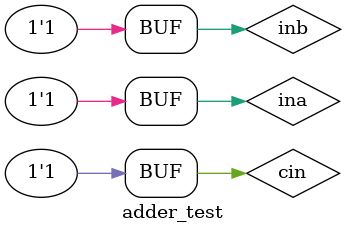
<source format=v>
`timescale 1ns / 1ps


module adder_test(

    );
    reg ina, inb, cin;
    wire  cout1, sum1, cout2, sum2;
    top test(ina, inb, cin, cout1, sum1, cout2, sum2);
    
    initial begin
        ina = 0;
        inb = 0;
        cin = 0;
        #5 
        ina = 1;
        inb = 0;
        cin = 0;
        #10
        ina = 0;
        inb = 1;
        cin = 0;
        #10
        ina = 1;
        inb = 1;
        cin = 0;
        #10
        ina = 0;
        inb = 0;
        cin = 1;
        #10
        ina = 1;
        inb = 0;
        cin = 1;
        #10
        ina = 0;
        inb = 1;
        cin = 1;
        #10
        ina = 1;
        inb = 1;
        cin = 1;
    end
endmodule

</source>
